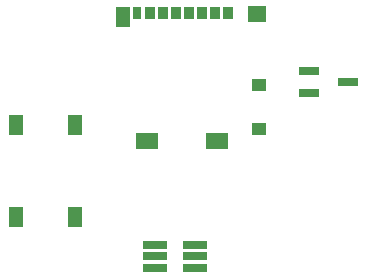
<source format=gbr>
%TF.GenerationSoftware,KiCad,Pcbnew,7.0.9-7.0.9~ubuntu22.04.1*%
%TF.CreationDate,2023-12-22T18:08:55-07:00*%
%TF.ProjectId,tiny_pov_arm,74696e79-5f70-46f7-965f-61726d2e6b69,rev?*%
%TF.SameCoordinates,Original*%
%TF.FileFunction,Paste,Bot*%
%TF.FilePolarity,Positive*%
%FSLAX46Y46*%
G04 Gerber Fmt 4.6, Leading zero omitted, Abs format (unit mm)*
G04 Created by KiCad (PCBNEW 7.0.9-7.0.9~ubuntu22.04.1) date 2023-12-22 18:08:55*
%MOMM*%
%LPD*%
G01*
G04 APERTURE LIST*
%ADD10R,1.143000X1.701800*%
%ADD11R,0.850000X1.100000*%
%ADD12R,0.750000X1.100000*%
%ADD13R,1.200000X1.000000*%
%ADD14R,1.550000X1.350000*%
%ADD15R,1.900000X1.350000*%
%ADD16R,1.170000X1.800000*%
%ADD17R,2.000000X0.650000*%
%ADD18R,1.800000X0.800000*%
G04 APERTURE END LIST*
D10*
%TO.C,BR1*%
X140500000Y-110648900D03*
X140500000Y-102851100D03*
X135500000Y-110648900D03*
X135500000Y-102851100D03*
%TD*%
D11*
%TO.C,J2*%
X153460000Y-93387500D03*
X152360000Y-93387500D03*
X151260000Y-93387500D03*
X150160000Y-93387500D03*
X149060000Y-93387500D03*
X147960000Y-93387500D03*
X146860000Y-93387500D03*
D12*
X145810000Y-93387500D03*
D13*
X156095000Y-99537500D03*
X156095000Y-103237500D03*
D14*
X155920000Y-93512500D03*
D15*
X152595000Y-104212500D03*
X146625000Y-104212500D03*
D16*
X144600000Y-93737500D03*
%TD*%
D17*
%TO.C,U1*%
X147290000Y-114950000D03*
X147290000Y-114000000D03*
X147290000Y-113050000D03*
X150710000Y-113050000D03*
X150710000Y-114000000D03*
X150710000Y-114950000D03*
%TD*%
D18*
%TO.C,U2*%
X160350000Y-100200000D03*
X160350000Y-98300000D03*
X163650000Y-99250000D03*
%TD*%
M02*

</source>
